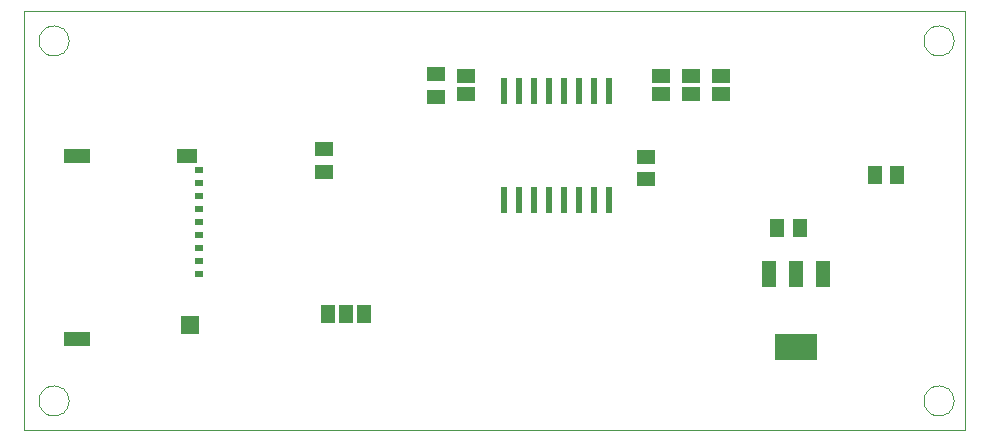
<source format=gtp>
G75*
%MOIN*%
%OFA0B0*%
%FSLAX24Y24*%
%IPPOS*%
%LPD*%
%AMOC8*
5,1,8,0,0,1.08239X$1,22.5*
%
%ADD10C,0.0000*%
%ADD11R,0.0236X0.0866*%
%ADD12R,0.0480X0.0880*%
%ADD13R,0.1417X0.0866*%
%ADD14R,0.0512X0.0591*%
%ADD15R,0.0591X0.0512*%
%ADD16R,0.0460X0.0630*%
%ADD17R,0.0630X0.0460*%
%ADD18R,0.0295X0.0197*%
%ADD19R,0.0709X0.0472*%
%ADD20R,0.0866X0.0472*%
%ADD21R,0.0591X0.0630*%
D10*
X002288Y000180D02*
X002288Y014176D01*
X033658Y014176D01*
X033658Y000180D01*
X002288Y000180D01*
X002788Y001180D02*
X002790Y001224D01*
X002796Y001268D01*
X002806Y001311D01*
X002819Y001353D01*
X002836Y001394D01*
X002857Y001433D01*
X002881Y001470D01*
X002908Y001505D01*
X002938Y001537D01*
X002971Y001567D01*
X003007Y001593D01*
X003044Y001617D01*
X003084Y001636D01*
X003125Y001653D01*
X003168Y001665D01*
X003211Y001674D01*
X003255Y001679D01*
X003299Y001680D01*
X003343Y001677D01*
X003387Y001670D01*
X003430Y001659D01*
X003472Y001645D01*
X003512Y001627D01*
X003551Y001605D01*
X003587Y001581D01*
X003621Y001553D01*
X003653Y001522D01*
X003682Y001488D01*
X003708Y001452D01*
X003730Y001414D01*
X003749Y001374D01*
X003764Y001332D01*
X003776Y001290D01*
X003784Y001246D01*
X003788Y001202D01*
X003788Y001158D01*
X003784Y001114D01*
X003776Y001070D01*
X003764Y001028D01*
X003749Y000986D01*
X003730Y000946D01*
X003708Y000908D01*
X003682Y000872D01*
X003653Y000838D01*
X003621Y000807D01*
X003587Y000779D01*
X003551Y000755D01*
X003512Y000733D01*
X003472Y000715D01*
X003430Y000701D01*
X003387Y000690D01*
X003343Y000683D01*
X003299Y000680D01*
X003255Y000681D01*
X003211Y000686D01*
X003168Y000695D01*
X003125Y000707D01*
X003084Y000724D01*
X003044Y000743D01*
X003007Y000767D01*
X002971Y000793D01*
X002938Y000823D01*
X002908Y000855D01*
X002881Y000890D01*
X002857Y000927D01*
X002836Y000966D01*
X002819Y001007D01*
X002806Y001049D01*
X002796Y001092D01*
X002790Y001136D01*
X002788Y001180D01*
X002788Y013180D02*
X002790Y013224D01*
X002796Y013268D01*
X002806Y013311D01*
X002819Y013353D01*
X002836Y013394D01*
X002857Y013433D01*
X002881Y013470D01*
X002908Y013505D01*
X002938Y013537D01*
X002971Y013567D01*
X003007Y013593D01*
X003044Y013617D01*
X003084Y013636D01*
X003125Y013653D01*
X003168Y013665D01*
X003211Y013674D01*
X003255Y013679D01*
X003299Y013680D01*
X003343Y013677D01*
X003387Y013670D01*
X003430Y013659D01*
X003472Y013645D01*
X003512Y013627D01*
X003551Y013605D01*
X003587Y013581D01*
X003621Y013553D01*
X003653Y013522D01*
X003682Y013488D01*
X003708Y013452D01*
X003730Y013414D01*
X003749Y013374D01*
X003764Y013332D01*
X003776Y013290D01*
X003784Y013246D01*
X003788Y013202D01*
X003788Y013158D01*
X003784Y013114D01*
X003776Y013070D01*
X003764Y013028D01*
X003749Y012986D01*
X003730Y012946D01*
X003708Y012908D01*
X003682Y012872D01*
X003653Y012838D01*
X003621Y012807D01*
X003587Y012779D01*
X003551Y012755D01*
X003512Y012733D01*
X003472Y012715D01*
X003430Y012701D01*
X003387Y012690D01*
X003343Y012683D01*
X003299Y012680D01*
X003255Y012681D01*
X003211Y012686D01*
X003168Y012695D01*
X003125Y012707D01*
X003084Y012724D01*
X003044Y012743D01*
X003007Y012767D01*
X002971Y012793D01*
X002938Y012823D01*
X002908Y012855D01*
X002881Y012890D01*
X002857Y012927D01*
X002836Y012966D01*
X002819Y013007D01*
X002806Y013049D01*
X002796Y013092D01*
X002790Y013136D01*
X002788Y013180D01*
X032288Y013180D02*
X032290Y013224D01*
X032296Y013268D01*
X032306Y013311D01*
X032319Y013353D01*
X032336Y013394D01*
X032357Y013433D01*
X032381Y013470D01*
X032408Y013505D01*
X032438Y013537D01*
X032471Y013567D01*
X032507Y013593D01*
X032544Y013617D01*
X032584Y013636D01*
X032625Y013653D01*
X032668Y013665D01*
X032711Y013674D01*
X032755Y013679D01*
X032799Y013680D01*
X032843Y013677D01*
X032887Y013670D01*
X032930Y013659D01*
X032972Y013645D01*
X033012Y013627D01*
X033051Y013605D01*
X033087Y013581D01*
X033121Y013553D01*
X033153Y013522D01*
X033182Y013488D01*
X033208Y013452D01*
X033230Y013414D01*
X033249Y013374D01*
X033264Y013332D01*
X033276Y013290D01*
X033284Y013246D01*
X033288Y013202D01*
X033288Y013158D01*
X033284Y013114D01*
X033276Y013070D01*
X033264Y013028D01*
X033249Y012986D01*
X033230Y012946D01*
X033208Y012908D01*
X033182Y012872D01*
X033153Y012838D01*
X033121Y012807D01*
X033087Y012779D01*
X033051Y012755D01*
X033012Y012733D01*
X032972Y012715D01*
X032930Y012701D01*
X032887Y012690D01*
X032843Y012683D01*
X032799Y012680D01*
X032755Y012681D01*
X032711Y012686D01*
X032668Y012695D01*
X032625Y012707D01*
X032584Y012724D01*
X032544Y012743D01*
X032507Y012767D01*
X032471Y012793D01*
X032438Y012823D01*
X032408Y012855D01*
X032381Y012890D01*
X032357Y012927D01*
X032336Y012966D01*
X032319Y013007D01*
X032306Y013049D01*
X032296Y013092D01*
X032290Y013136D01*
X032288Y013180D01*
X032288Y001180D02*
X032290Y001224D01*
X032296Y001268D01*
X032306Y001311D01*
X032319Y001353D01*
X032336Y001394D01*
X032357Y001433D01*
X032381Y001470D01*
X032408Y001505D01*
X032438Y001537D01*
X032471Y001567D01*
X032507Y001593D01*
X032544Y001617D01*
X032584Y001636D01*
X032625Y001653D01*
X032668Y001665D01*
X032711Y001674D01*
X032755Y001679D01*
X032799Y001680D01*
X032843Y001677D01*
X032887Y001670D01*
X032930Y001659D01*
X032972Y001645D01*
X033012Y001627D01*
X033051Y001605D01*
X033087Y001581D01*
X033121Y001553D01*
X033153Y001522D01*
X033182Y001488D01*
X033208Y001452D01*
X033230Y001414D01*
X033249Y001374D01*
X033264Y001332D01*
X033276Y001290D01*
X033284Y001246D01*
X033288Y001202D01*
X033288Y001158D01*
X033284Y001114D01*
X033276Y001070D01*
X033264Y001028D01*
X033249Y000986D01*
X033230Y000946D01*
X033208Y000908D01*
X033182Y000872D01*
X033153Y000838D01*
X033121Y000807D01*
X033087Y000779D01*
X033051Y000755D01*
X033012Y000733D01*
X032972Y000715D01*
X032930Y000701D01*
X032887Y000690D01*
X032843Y000683D01*
X032799Y000680D01*
X032755Y000681D01*
X032711Y000686D01*
X032668Y000695D01*
X032625Y000707D01*
X032584Y000724D01*
X032544Y000743D01*
X032507Y000767D01*
X032471Y000793D01*
X032438Y000823D01*
X032408Y000855D01*
X032381Y000890D01*
X032357Y000927D01*
X032336Y000966D01*
X032319Y001007D01*
X032306Y001049D01*
X032296Y001092D01*
X032290Y001136D01*
X032288Y001180D01*
D11*
X021788Y007869D03*
X021288Y007869D03*
X020788Y007869D03*
X020288Y007869D03*
X019788Y007869D03*
X019288Y007869D03*
X018788Y007869D03*
X018288Y007869D03*
X018288Y011491D03*
X018788Y011491D03*
X019288Y011491D03*
X019788Y011491D03*
X020288Y011491D03*
X020788Y011491D03*
X021288Y011491D03*
X021788Y011491D03*
D12*
X027128Y005400D03*
X028038Y005400D03*
X028948Y005400D03*
D13*
X028038Y002960D03*
D14*
X028162Y006930D03*
X027414Y006930D03*
X030664Y008680D03*
X031412Y008680D03*
D15*
X023038Y008556D03*
X023038Y009304D03*
X016038Y011306D03*
X016038Y012054D03*
X012288Y009554D03*
X012288Y008806D03*
D16*
X012438Y004055D03*
X013038Y004055D03*
X013638Y004055D03*
D17*
X017038Y011380D03*
X017038Y011980D03*
X023538Y011980D03*
X024538Y011980D03*
X025538Y011980D03*
X025538Y011380D03*
X024538Y011380D03*
X023538Y011380D03*
D18*
X008127Y008855D03*
X008127Y008422D03*
X008127Y007989D03*
X008127Y007556D03*
X008127Y007123D03*
X008127Y006690D03*
X008127Y006257D03*
X008127Y005824D03*
X008127Y005391D03*
D19*
X007723Y009328D03*
D20*
X004062Y009328D03*
X004062Y003225D03*
D21*
X007822Y003688D03*
M02*

</source>
